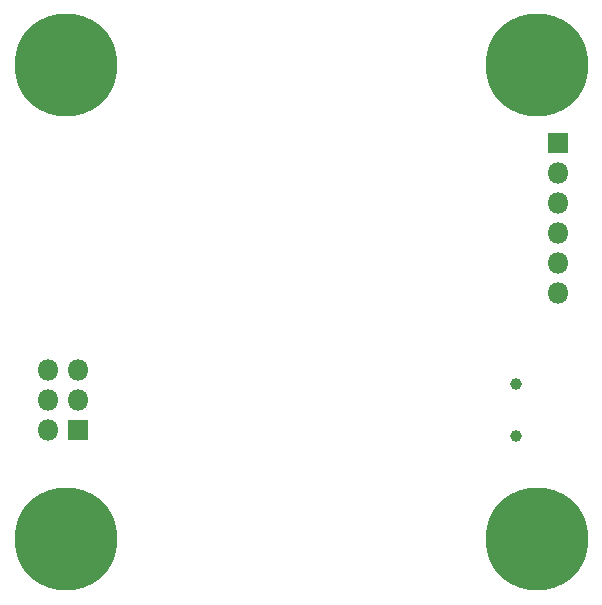
<source format=gbr>
%TF.GenerationSoftware,KiCad,Pcbnew,(5.1.6)-1*%
%TF.CreationDate,2020-07-28T23:07:54-07:00*%
%TF.ProjectId,Atmel,41746d65-6c2e-46b6-9963-61645f706362,rev?*%
%TF.SameCoordinates,Original*%
%TF.FileFunction,Soldermask,Bot*%
%TF.FilePolarity,Negative*%
%FSLAX46Y46*%
G04 Gerber Fmt 4.6, Leading zero omitted, Abs format (unit mm)*
G04 Created by KiCad (PCBNEW (5.1.6)-1) date 2020-07-28 23:07:54*
%MOMM*%
%LPD*%
G01*
G04 APERTURE LIST*
%ADD10C,8.700000*%
%ADD11C,1.000000*%
%ADD12R,1.800000X1.800000*%
%ADD13O,1.800000X1.800000*%
G04 APERTURE END LIST*
D10*
%TO.C,H4*%
X69850000Y-113030000D03*
D11*
X73075000Y-113030000D03*
X72130419Y-115310419D03*
X69850000Y-116255000D03*
X67569581Y-115310419D03*
X66625000Y-113030000D03*
X67569581Y-110749581D03*
X69850000Y-109805000D03*
X72130419Y-110749581D03*
%TD*%
%TO.C,H1*%
X32252419Y-70617581D03*
X29972000Y-69673000D03*
X27691581Y-70617581D03*
X26747000Y-72898000D03*
X27691581Y-75178419D03*
X29972000Y-76123000D03*
X32252419Y-75178419D03*
X33197000Y-72898000D03*
D10*
X29972000Y-72898000D03*
%TD*%
%TO.C,H2*%
X69850000Y-72898000D03*
D11*
X73075000Y-72898000D03*
X72130419Y-75178419D03*
X69850000Y-76123000D03*
X67569581Y-75178419D03*
X66625000Y-72898000D03*
X67569581Y-70617581D03*
X69850000Y-69673000D03*
X72130419Y-70617581D03*
%TD*%
%TO.C,H3*%
X32246838Y-110744000D03*
X29966419Y-109799419D03*
X27686000Y-110744000D03*
X26741419Y-113024419D03*
X27686000Y-115304838D03*
X29966419Y-116249419D03*
X32246838Y-115304838D03*
X33191419Y-113024419D03*
D10*
X29966419Y-113024419D03*
%TD*%
D12*
%TO.C,J1*%
X31000000Y-103750000D03*
D13*
X28460000Y-103750000D03*
X31000000Y-101210000D03*
X28460000Y-101210000D03*
X31000000Y-98670000D03*
X28460000Y-98670000D03*
%TD*%
D12*
%TO.C,J2*%
X71628000Y-79500000D03*
D13*
X71628000Y-82040000D03*
X71628000Y-84580000D03*
X71628000Y-87120000D03*
X71628000Y-89660000D03*
X71628000Y-92200000D03*
%TD*%
D11*
%TO.C,J3*%
X68072000Y-104308000D03*
X68072000Y-99908000D03*
%TD*%
M02*

</source>
